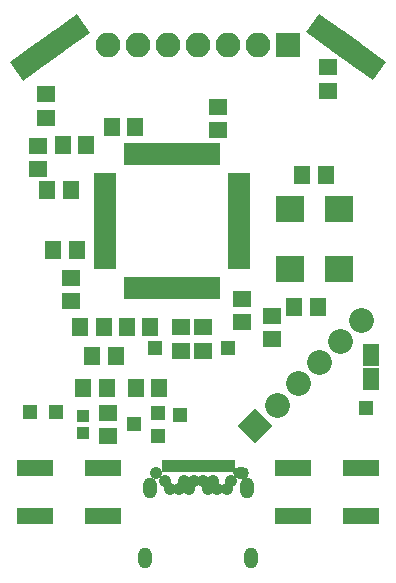
<source format=gbr>
G04 #@! TF.FileFunction,Soldermask,Top*
%FSLAX46Y46*%
G04 Gerber Fmt 4.6, Leading zero omitted, Abs format (unit mm)*
G04 Created by KiCad (PCBNEW 4.0.7-e2-6376~58~ubuntu16.04.1) date Thu Nov 16 15:54:30 2017*
%MOMM*%
%LPD*%
G01*
G04 APERTURE LIST*
%ADD10C,0.100000*%
%ADD11R,1.400000X1.650000*%
%ADD12R,1.650000X1.400000*%
%ADD13R,1.100000X1.000000*%
%ADD14C,2.100000*%
%ADD15O,1.200000X1.800000*%
%ADD16R,0.700000X1.100000*%
%ADD17O,1.350000X1.050000*%
%ADD18C,1.050000*%
%ADD19R,2.100000X2.100000*%
%ADD20O,2.100000X2.100000*%
%ADD21R,3.150000X1.400000*%
%ADD22R,1.250000X1.250000*%
%ADD23R,1.900000X0.700000*%
%ADD24R,0.700000X1.900000*%
%ADD25R,1.300000X1.200000*%
%ADD26R,2.400000X2.200000*%
%ADD27R,1.400000X1.924000*%
G04 APERTURE END LIST*
D10*
D11*
X226704400Y-87223600D03*
X224704400Y-87223600D03*
D12*
X222097600Y-99126800D03*
X222097600Y-101126800D03*
X219583000Y-99679000D03*
X219583000Y-97679000D03*
X217551000Y-83423000D03*
X217551000Y-81423000D03*
D11*
X210550000Y-83185000D03*
X208550000Y-83185000D03*
X204422500Y-84645500D03*
X206422500Y-84645500D03*
D12*
X205105000Y-95901000D03*
X205105000Y-97901000D03*
D11*
X205597000Y-93599000D03*
X203597000Y-93599000D03*
D12*
X208280000Y-107331000D03*
X208280000Y-109331000D03*
D11*
X212582000Y-105283000D03*
X210582000Y-105283000D03*
D13*
X206121000Y-109031000D03*
X206121000Y-107631000D03*
D11*
X206137000Y-105283000D03*
X208137000Y-105283000D03*
D10*
G36*
X222210924Y-108458000D02*
X220726000Y-109942924D01*
X219241076Y-108458000D01*
X220726000Y-106973076D01*
X222210924Y-108458000D01*
X222210924Y-108458000D01*
G37*
D14*
X222522051Y-106661949D02*
X222522051Y-106661949D01*
X224318102Y-104865898D02*
X224318102Y-104865898D01*
X226114154Y-103069846D02*
X226114154Y-103069846D01*
X227910205Y-101273795D02*
X227910205Y-101273795D01*
X229706256Y-99477744D02*
X229706256Y-99477744D01*
D15*
X211770000Y-113730000D03*
D16*
X213150000Y-111820000D03*
X213650000Y-111820000D03*
X214150000Y-111820000D03*
X214650000Y-111820000D03*
X215150000Y-111820000D03*
X215650000Y-111820000D03*
X216150000Y-111820000D03*
X218650000Y-111820000D03*
X217650000Y-111820000D03*
X217150000Y-111820000D03*
X216650000Y-111820000D03*
X218150000Y-111820000D03*
D15*
X220030000Y-113730000D03*
X220390000Y-119680000D03*
X211410000Y-119680000D03*
D17*
X219500000Y-112480000D03*
D18*
X212300000Y-112480000D03*
X218700000Y-113130000D03*
X217100000Y-113130000D03*
X216300000Y-113130000D03*
X215500000Y-113130000D03*
X214700000Y-113130000D03*
X213100000Y-113130000D03*
X218300000Y-113830000D03*
X217500000Y-113830000D03*
X216700000Y-113830000D03*
X215100000Y-113830000D03*
X214300000Y-113830000D03*
X213500000Y-113830000D03*
D19*
X223520000Y-76200000D03*
D20*
X220980000Y-76200000D03*
X218440000Y-76200000D03*
X215900000Y-76200000D03*
X213360000Y-76200000D03*
X210820000Y-76200000D03*
X208280000Y-76200000D03*
D11*
X206924400Y-102565200D03*
X208924400Y-102565200D03*
X205089000Y-88519000D03*
X203089000Y-88519000D03*
D12*
X202311000Y-86725000D03*
X202311000Y-84725000D03*
D11*
X209820000Y-100101400D03*
X211820000Y-100101400D03*
D12*
X214426800Y-102117400D03*
X214426800Y-100117400D03*
X216255600Y-100117400D03*
X216255600Y-102117400D03*
D11*
X205883000Y-100076000D03*
X207883000Y-100076000D03*
D12*
X203022200Y-80381600D03*
X203022200Y-82381600D03*
X226898200Y-78070200D03*
X226898200Y-80070200D03*
D10*
G36*
X203127857Y-77745015D02*
X202010585Y-76178657D01*
X203576943Y-75061385D01*
X204694215Y-76627743D01*
X203127857Y-77745015D01*
X203127857Y-77745015D01*
G37*
G36*
X201069773Y-79213033D02*
X199952501Y-77646675D01*
X202150613Y-76078777D01*
X203267885Y-77645135D01*
X201069773Y-79213033D01*
X201069773Y-79213033D01*
G37*
G36*
X204554187Y-76727623D02*
X203436915Y-75161265D01*
X205635027Y-73593367D01*
X206752299Y-75159725D01*
X204554187Y-76727623D01*
X204554187Y-76727623D01*
G37*
G36*
X229764015Y-76153257D02*
X228646743Y-77719615D01*
X227080385Y-76602343D01*
X228197657Y-75035985D01*
X229764015Y-76153257D01*
X229764015Y-76153257D01*
G37*
G36*
X231822099Y-77621275D02*
X230704827Y-79187633D01*
X228506715Y-77619735D01*
X229623987Y-76053377D01*
X231822099Y-77621275D01*
X231822099Y-77621275D01*
G37*
G36*
X228337685Y-75135865D02*
X227220413Y-76702223D01*
X225022301Y-75134325D01*
X226139573Y-73567967D01*
X228337685Y-75135865D01*
X228337685Y-75135865D01*
G37*
D21*
X207858000Y-112046000D03*
X202098000Y-112046000D03*
X202098000Y-116046000D03*
X207858000Y-116046000D03*
X229702000Y-112046000D03*
X223942000Y-112046000D03*
X223942000Y-116046000D03*
X229702000Y-116046000D03*
D22*
X203835000Y-107315000D03*
X212242400Y-101854000D03*
X218389200Y-101854000D03*
X201676000Y-107315000D03*
X230124000Y-106934000D03*
X214376000Y-107569000D03*
D23*
X219377500Y-94872500D03*
X219377500Y-94372500D03*
X219377500Y-93872500D03*
X219377500Y-93372500D03*
X219377500Y-92872500D03*
X219377500Y-92372500D03*
X219377500Y-91872500D03*
X219377500Y-91372500D03*
X219377500Y-90872500D03*
X219377500Y-90372500D03*
X219377500Y-89872500D03*
X219377500Y-89372500D03*
X219377500Y-88872500D03*
X219377500Y-88372500D03*
X219377500Y-87872500D03*
X219377500Y-87372500D03*
D24*
X217427500Y-85422500D03*
X216927500Y-85422500D03*
X216427500Y-85422500D03*
X215927500Y-85422500D03*
X215427500Y-85422500D03*
X214927500Y-85422500D03*
X214427500Y-85422500D03*
X213927500Y-85422500D03*
X213427500Y-85422500D03*
X212927500Y-85422500D03*
X212427500Y-85422500D03*
X211927500Y-85422500D03*
X211427500Y-85422500D03*
X210927500Y-85422500D03*
X210427500Y-85422500D03*
X209927500Y-85422500D03*
D23*
X207977500Y-87372500D03*
X207977500Y-87872500D03*
X207977500Y-88372500D03*
X207977500Y-88872500D03*
X207977500Y-89372500D03*
X207977500Y-89872500D03*
X207977500Y-90372500D03*
X207977500Y-90872500D03*
X207977500Y-91372500D03*
X207977500Y-91872500D03*
X207977500Y-92372500D03*
X207977500Y-92872500D03*
X207977500Y-93372500D03*
X207977500Y-93872500D03*
X207977500Y-94372500D03*
X207977500Y-94872500D03*
D24*
X209927500Y-96822500D03*
X210427500Y-96822500D03*
X210927500Y-96822500D03*
X211427500Y-96822500D03*
X211927500Y-96822500D03*
X212427500Y-96822500D03*
X212927500Y-96822500D03*
X213427500Y-96822500D03*
X213927500Y-96822500D03*
X214427500Y-96822500D03*
X214927500Y-96822500D03*
X215427500Y-96822500D03*
X215927500Y-96822500D03*
X216427500Y-96822500D03*
X216927500Y-96822500D03*
X217427500Y-96822500D03*
D25*
X212455000Y-109281000D03*
X212455000Y-107381000D03*
X210455000Y-108331000D03*
D11*
X224018600Y-98399600D03*
X226018600Y-98399600D03*
D26*
X227842500Y-95186500D03*
X227842500Y-90106500D03*
X223642500Y-90106500D03*
X223642500Y-95186500D03*
D27*
X230505000Y-104521000D03*
X230505000Y-102489000D03*
M02*

</source>
